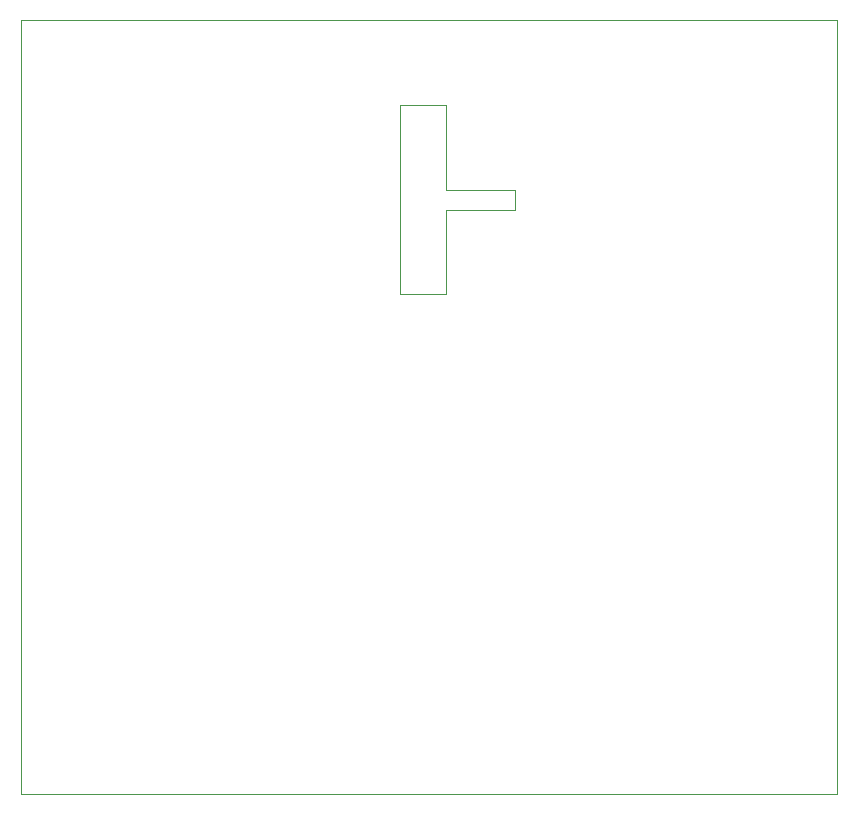
<source format=gm1>
G04 #@! TF.GenerationSoftware,KiCad,Pcbnew,no-vcs-found-44b118f~58~ubuntu16.04.1*
G04 #@! TF.CreationDate,2017-06-12T15:02:01+03:00*
G04 #@! TF.ProjectId,heater_actuator_node,6865617465725F6163747561746F725F,rev?*
G04 #@! TF.FileFunction,Profile,NP*
%FSLAX46Y46*%
G04 Gerber Fmt 4.6, Leading zero omitted, Abs format (unit mm)*
G04 Created by KiCad (PCBNEW no-vcs-found-44b118f~58~ubuntu16.04.1) date Mon Jun 12 15:02:01 2017*
%MOMM*%
%LPD*%
G01*
G04 APERTURE LIST*
%ADD10C,0.100000*%
G04 APERTURE END LIST*
D10*
X115150000Y-123000000D02*
X184250000Y-123000000D01*
X151100000Y-64700000D02*
X147224920Y-64700000D01*
X151100000Y-71850000D02*
X151100000Y-64699607D01*
X151100000Y-80675000D02*
X147224920Y-80675000D01*
X151100000Y-80675393D02*
X151100000Y-73525000D01*
X147225000Y-64700000D02*
X147225000Y-80675000D01*
X156950000Y-73525000D02*
X151100000Y-73525000D01*
X156950000Y-71850000D02*
X156950000Y-73525000D01*
X156950053Y-71850000D02*
X151100000Y-71850000D01*
X115150000Y-123000019D02*
X115150000Y-57475000D01*
X184250000Y-57475000D02*
X184250000Y-123000019D01*
X115150000Y-57475000D02*
X184250000Y-57475000D01*
M02*

</source>
